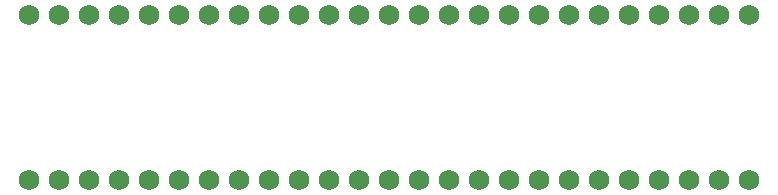
<source format=gbr>
%TF.GenerationSoftware,KiCad,Pcbnew,(5.1.7)-1*%
%TF.CreationDate,2023-03-16T12:51:54-07:00*%
%TF.ProjectId,smsQSB,736d7351-5342-42e6-9b69-6361645f7063,rev?*%
%TF.SameCoordinates,Original*%
%TF.FileFunction,Soldermask,Bot*%
%TF.FilePolarity,Negative*%
%FSLAX46Y46*%
G04 Gerber Fmt 4.6, Leading zero omitted, Abs format (unit mm)*
G04 Created by KiCad (PCBNEW (5.1.7)-1) date 2023-03-16 12:51:54*
%MOMM*%
%LPD*%
G01*
G04 APERTURE LIST*
%ADD10C,1.750000*%
G04 APERTURE END LIST*
D10*
%TO.C,J2*%
X213360000Y-106000000D03*
X210820000Y-106000000D03*
X208280000Y-106000000D03*
X205740000Y-106000000D03*
X203200000Y-106000000D03*
X200660000Y-106000000D03*
X198120000Y-106000000D03*
X195580000Y-106000000D03*
X193040000Y-106000000D03*
X190500000Y-106000000D03*
X187960000Y-106000000D03*
X185420000Y-106000000D03*
X182880000Y-106000000D03*
X180340000Y-106000000D03*
X177800000Y-106000000D03*
X175260000Y-106000000D03*
X172720000Y-106000000D03*
X170180000Y-106000000D03*
X167640000Y-106000000D03*
X165100000Y-106000000D03*
X162560000Y-106000000D03*
X160020000Y-106000000D03*
X157480000Y-106000000D03*
X154940000Y-106000000D03*
X152400000Y-106000000D03*
%TD*%
%TO.C,J1*%
X213360000Y-92000000D03*
X210820000Y-92000000D03*
X208280000Y-92000000D03*
X205740000Y-92000000D03*
X203200000Y-92000000D03*
X200660000Y-92000000D03*
X198120000Y-92000000D03*
X195580000Y-92000000D03*
X193040000Y-92000000D03*
X190500000Y-92000000D03*
X187960000Y-92000000D03*
X185420000Y-92000000D03*
X182880000Y-92000000D03*
X180340000Y-92000000D03*
X177800000Y-92000000D03*
X175260000Y-92000000D03*
X172720000Y-92000000D03*
X170180000Y-92000000D03*
X167640000Y-92000000D03*
X165100000Y-92000000D03*
X162560000Y-92000000D03*
X160020000Y-92000000D03*
X157480000Y-92000000D03*
X154940000Y-92000000D03*
X152400000Y-92000000D03*
%TD*%
M02*

</source>
